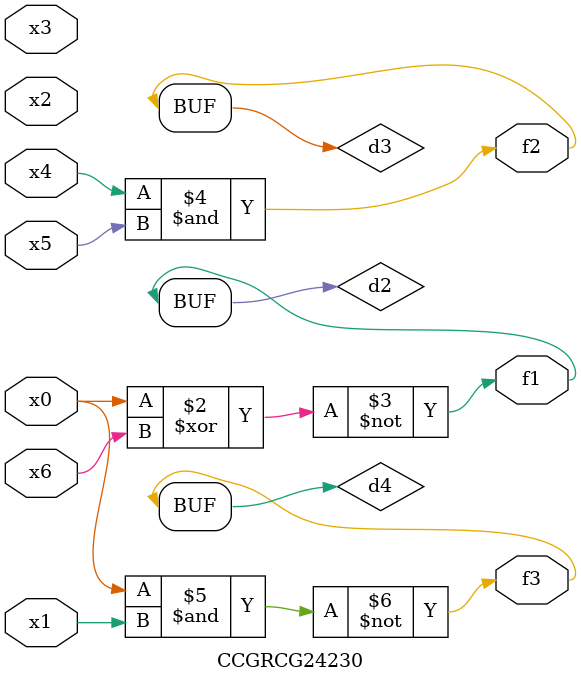
<source format=v>
module CCGRCG24230(
	input x0, x1, x2, x3, x4, x5, x6,
	output f1, f2, f3
);

	wire d1, d2, d3, d4;

	nor (d1, x0);
	xnor (d2, x0, x6);
	and (d3, x4, x5);
	nand (d4, x0, x1);
	assign f1 = d2;
	assign f2 = d3;
	assign f3 = d4;
endmodule

</source>
